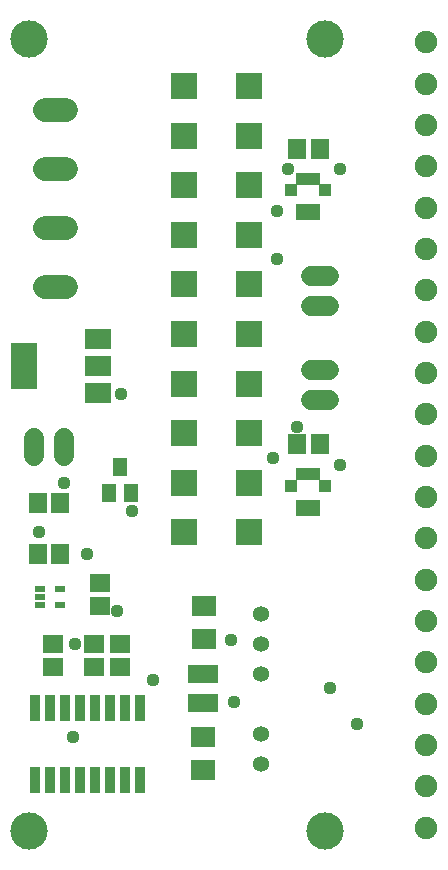
<source format=gts>
G75*
%MOIN*%
%OFA0B0*%
%FSLAX25Y25*%
%IPPOS*%
%LPD*%
%AMOC8*
5,1,8,0,0,1.08239X$1,22.5*
%
%ADD10C,0.12414*%
%ADD11C,0.06800*%
%ADD12C,0.07850*%
%ADD13R,0.09068X0.09068*%
%ADD14R,0.03950X0.05800*%
%ADD15R,0.04146X0.01981*%
%ADD16R,0.01981X0.04146*%
%ADD17C,0.05359*%
%ADD18R,0.07887X0.07099*%
%ADD19R,0.10249X0.06312*%
%ADD20R,0.08700X0.06700*%
%ADD21R,0.08700X0.15800*%
%ADD22R,0.05918X0.06706*%
%ADD23R,0.06706X0.05918*%
%ADD24R,0.03556X0.02375*%
%ADD25R,0.03400X0.08800*%
%ADD26R,0.04737X0.06312*%
%ADD27C,0.07493*%
%ADD28C,0.04369*%
D10*
X0011643Y0013954D03*
X0110068Y0013954D03*
X0110068Y0277734D03*
X0011643Y0277734D03*
D11*
X0013257Y0144966D02*
X0013257Y0138966D01*
X0023257Y0138966D02*
X0023257Y0144966D01*
X0105599Y0157403D02*
X0111599Y0157403D01*
X0111599Y0167403D02*
X0105599Y0167403D01*
X0105599Y0188899D02*
X0111599Y0188899D01*
X0111599Y0198899D02*
X0105599Y0198899D01*
D12*
X0023947Y0195056D02*
X0016897Y0195056D01*
X0016897Y0214741D02*
X0023947Y0214741D01*
X0023947Y0234427D02*
X0016897Y0234427D01*
X0016897Y0254112D02*
X0023947Y0254112D01*
D13*
X0063347Y0262206D03*
X0063347Y0245671D03*
X0063347Y0229135D03*
X0063347Y0212600D03*
X0063347Y0196064D03*
X0063347Y0179529D03*
X0063347Y0162993D03*
X0063347Y0146458D03*
X0063347Y0129923D03*
X0063347Y0113387D03*
X0085001Y0113387D03*
X0085001Y0129923D03*
X0085001Y0146458D03*
X0085001Y0162993D03*
X0085001Y0179529D03*
X0085001Y0196064D03*
X0085001Y0212600D03*
X0085001Y0229135D03*
X0085001Y0245671D03*
X0085001Y0262206D03*
D14*
X0102694Y0220080D03*
X0106631Y0220080D03*
X0106631Y0121655D03*
X0102694Y0121655D03*
D15*
X0098954Y0127954D03*
X0098954Y0129923D03*
X0110371Y0129923D03*
X0110371Y0127954D03*
X0110371Y0226379D03*
X0110371Y0228348D03*
X0098954Y0228348D03*
X0098954Y0226379D03*
D16*
X0101709Y0231104D03*
X0103678Y0231104D03*
X0105646Y0231104D03*
X0107615Y0231104D03*
X0107615Y0132678D03*
X0105646Y0132678D03*
X0103678Y0132678D03*
X0101709Y0132678D03*
D17*
X0088989Y0086316D03*
X0088989Y0076316D03*
X0088989Y0066316D03*
X0088989Y0046316D03*
X0088989Y0036316D03*
D18*
X0069438Y0034261D03*
X0069438Y0045285D03*
X0069713Y0077934D03*
X0069713Y0088958D03*
D19*
X0069398Y0066096D03*
X0069398Y0056647D03*
D20*
X0034672Y0159778D03*
X0034672Y0168778D03*
X0034672Y0177778D03*
D21*
X0009872Y0168678D03*
D22*
X0014391Y0123112D03*
X0021871Y0123112D03*
X0022040Y0106112D03*
X0014560Y0106112D03*
X0100922Y0142718D03*
X0108402Y0142718D03*
X0108402Y0241143D03*
X0100922Y0241143D03*
D23*
X0035300Y0096352D03*
X0035300Y0088871D03*
X0033127Y0076072D03*
X0033127Y0068592D03*
X0041973Y0068651D03*
X0041973Y0076131D03*
X0019627Y0076072D03*
X0019627Y0068592D03*
D24*
X0021973Y0089336D03*
X0021973Y0094454D03*
X0015280Y0094454D03*
X0015280Y0091895D03*
X0015280Y0089336D03*
D25*
X0013394Y0054948D03*
X0018394Y0054948D03*
X0023394Y0054948D03*
X0028394Y0054948D03*
X0033394Y0054948D03*
X0038394Y0054948D03*
X0043394Y0054948D03*
X0048394Y0054948D03*
X0048394Y0030748D03*
X0043394Y0030748D03*
X0038394Y0030748D03*
X0033394Y0030748D03*
X0028394Y0030748D03*
X0023394Y0030748D03*
X0018394Y0030748D03*
X0013394Y0030748D03*
D26*
X0038087Y0126655D03*
X0041828Y0135316D03*
X0045568Y0126655D03*
D27*
X0143926Y0125175D03*
X0143926Y0138954D03*
X0143926Y0152734D03*
X0143926Y0166513D03*
X0143926Y0180293D03*
X0143926Y0194072D03*
X0143926Y0207852D03*
X0143926Y0221631D03*
X0143926Y0235411D03*
X0143926Y0249190D03*
X0143926Y0262970D03*
X0143926Y0276749D03*
X0143926Y0111395D03*
X0143926Y0097615D03*
X0143926Y0083836D03*
X0143926Y0070056D03*
X0143926Y0056277D03*
X0143926Y0042497D03*
X0143926Y0028718D03*
X0143926Y0014938D03*
D28*
X0120800Y0049364D03*
X0111800Y0061364D03*
X0079800Y0056864D03*
X0078800Y0077364D03*
X0052800Y0064112D03*
X0040800Y0087112D03*
X0030800Y0106112D03*
X0023300Y0129989D03*
X0014800Y0113612D03*
X0026800Y0076112D03*
X0026300Y0045112D03*
X0045800Y0120489D03*
X0042300Y0159615D03*
X0092800Y0138112D03*
X0100800Y0148612D03*
X0115300Y0135864D03*
X0094300Y0204612D03*
X0094300Y0220612D03*
X0097800Y0234612D03*
X0115300Y0234364D03*
M02*

</source>
